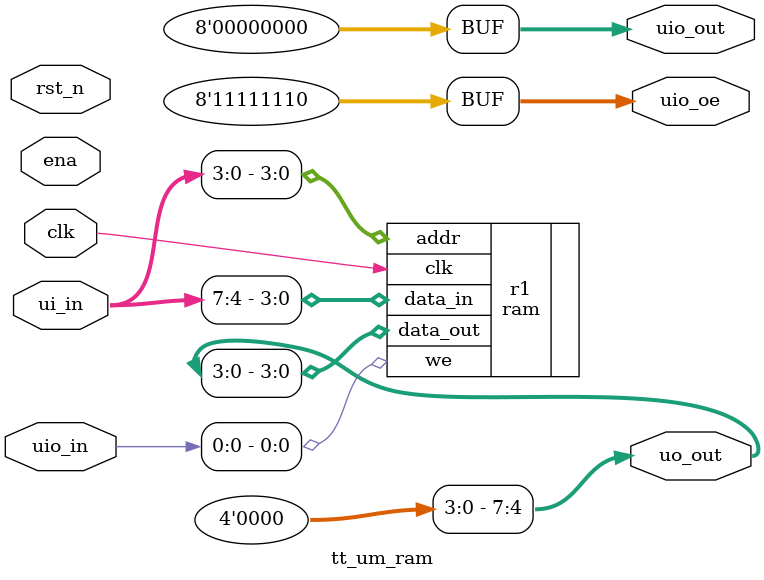
<source format=v>
/*
 * Copyright (c) 2024 Your Name
 * SPDX-License-Identifier: Apache-2.0
 */

`define default_netname none

module tt_um_ram (
    input  wire [7:0] ui_in,    // Dedicated inputs
    output wire [7:0] uo_out,   // Dedicated outputs
    input  wire [7:0] uio_in,   // IOs: Input path
    output wire [7:0] uio_out,  // IOs: Output path
    output wire [7:0] uio_oe,   // IOs: Enable path (active high: 0=input, 1=output)
    input  wire       ena,      // will go high when the design is enabled
    input  wire       clk,      // clock
    input  wire       rst_n     // reset_n - low to reset
);

    ram #(.addr_width(4), .data_width(4)) r1 (.clk(clk), .we(uio_in[0]), .addr(ui_in[3:0]), .data_in(ui_in[7:4]), .data_out(uo_out[3:0]));

    assign uio_oe = 8'b11111110;
    assign uio_out[7:0] = 8'b00000000;
    assign uo_out[7:4] = 4'b0000;
        
endmodule

</source>
